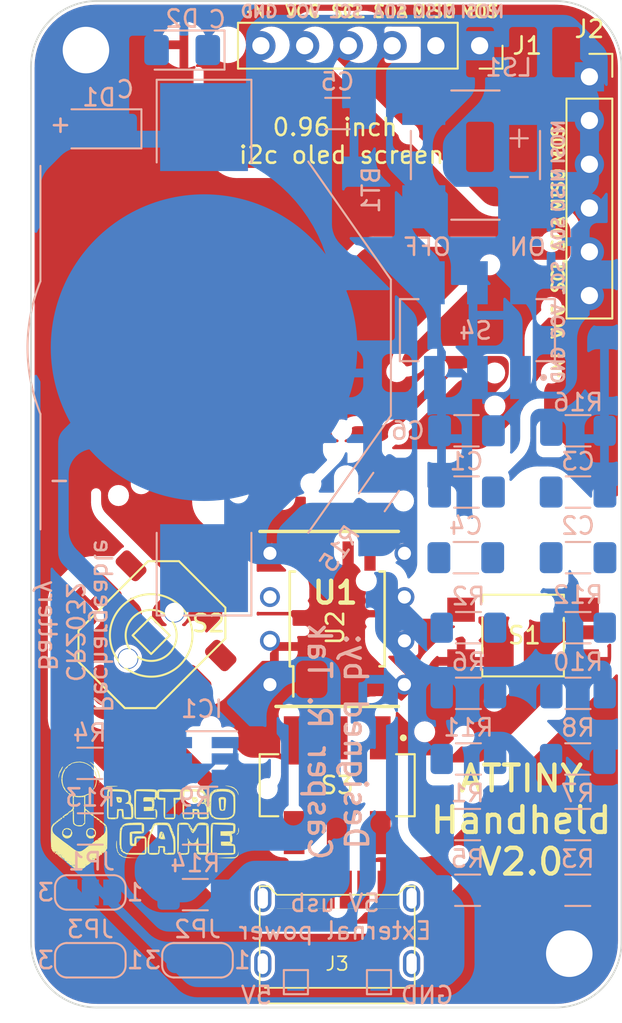
<source format=kicad_pcb>
(kicad_pcb (version 20211014) (generator pcbnew)
  (title_block (title "Tiny Handheld") (date "2022-09-17") (rev "1.0") (comment 1 "Casper R. Tak"))
  (layers (0 "F.Cu" signal) (31 "B.Cu" signal) (34 "B.Paste" user) (35 "F.Paste" user) (36 "B.SilkS" user "B.Silkscreen") (37 "F.SilkS" user "F.Silkscreen") (38 "B.Mask" user) (39 "F.Mask" user) (44 "Edge.Cuts" user))
  (net 0 "")
  (net 1 "GND")
  (net 2 "ExtVCC")
  (net 3 "VCC")
  (net 4 "Net-(D2-Pad1)")
  (net 5 "PB0{slash}SDA{slash}MOSI")
  (net 6 "PB2{slash}SCL{slash}SCK")
  (net 7 "Net-(JP1-Pad1)")
  (net 8 "PB3")
  (net 9 "Net-(JP1-Pad3)")
  (net 10 "PB5{slash}RES")
  (net 11 "Net-(JP3-Pad2)")
  (net 12 "PB1{slash}MISO")
  (net 13 "Net-(C2-Pad1)")
  (net 14 "Net-(R1-Pad2)")
  (net 15 "Net-(R3-Pad2)")
  (net 16 "Net-(R4-Pad2)")
  (net 17 "Net-(R7-Pad2)")
  (net 18 "PB4")
  (net 19 "BatOut")
  (net 20 "Net-(D1-Pad2)")
  (net 21 "Net-(LS1-PadP)")
  (net 25 "Net-(D2-Pad2)")
  (net 26 "Net-(IC1-Pad4)")
  (net 27 "Net-(R13-Pad2)")
  (net 28 "Net-(R14-Pad2)")
  (net 29 "Net-(S2-PadCTR)")
  (footprint "MountingHole:MountingHole_2.7mm_M2.5_ISO7380" (layer "F.Cu") (at 136.398 75.184)
    (fp_text reference "REF**" hide)
    (fp_text value "MountingHole_2.7mm_M2.5_ISO7380" hide)
    (pad "" np_thru_hole circle (at 0 0) (size 2.7 2.7) (drill 2.7) (layers F&B.Cu *.Mask))
  )
  (footprint "Connector_PinSocket_2.54mm:PinSocket_1x06_P2.54mm_Vertical" (layer "F.Cu") (at 159.258 74.93 -90)
    (fp_text reference "J1" (at 0 -2.77) (layer "F.SilkS"))
    (fp_text value "VDisplay/prog1" hide)
    (pad "1" thru_hole rect (at 0 0 270) (size 1.7 1.7) (drill 1) (layers *.Cu *.Mask) (net 10 "PB5{slash}RES"))
    (pad "2" thru_hole oval (at 0 2.54 270) (size 1.7 1.7) (drill 1) (layers *.Cu *.Mask) (net 12 "PB1{slash}MISO"))
    (pad "3" thru_hole oval (at 0 5.08 270) (size 1.7 1.7) (drill 1) (layers *.Cu *.Mask) (net 5 "PB0{slash}SDA{slash}MOSI"))
    (pad "4" thru_hole oval (at 0 7.62 270) (size 1.7 1.7) (drill 1) (layers *.Cu *.Mask) (net 6 "PB2{slash}SCL{slash}SCK"))
    (pad "5" thru_hole oval (at 0 10.16 270) (size 1.7 1.7) (drill 1) (layers *.Cu *.Mask) (net 3 "VCC"))
    (pad "6" thru_hole oval (at 0 12.7 270) (size 1.7 1.7) (drill 1) (layers *.Cu *.Mask) (net 1 "GND"))
  )
  (footprint "Snapeda:SW_JS202011SCQN" (layer "F.Cu") (at 150.988 117.856 180)
    (fp_text reference "S3" (at 0 0 180) (layer "F.SilkS"))
    (fp_text value "JS202011SCQN" hide)
    (pad "1" smd rect locked (at -2.5 2.75 180) (size 1.2 2.5) (layers "F.Cu" "F.Paste" "F.Mask") (net 2 "ExtVCC"))
    (pad "2" smd rect locked (at 0 2.75 180) (size 1.2 2.5) (layers "F.Cu" "F.Paste" "F.Mask") (net 3 "VCC"))
    (pad "3" smd rect locked (at 2.5 2.75 180) (size 1.2 2.5) (layers "F.Cu" "F.Paste" "F.Mask") (net 19 "BatOut"))
    (pad "4" smd rect locked (at -2.5 -2.75 180) (size 1.2 2.5) (layers "F.Cu" "F.Paste" "F.Mask") (net 2 "ExtVCC"))
    (pad "5" smd rect locked (at 0 -2.75 180) (size 1.2 2.5) (layers "F.Cu" "F.Paste" "F.Mask") (net 3 "VCC"))
    (pad "6" smd rect locked (at 2.5 -2.75 180) (size 1.2 2.5) (layers "F.Cu" "F.Paste" "F.Mask") (net 19 "BatOut"))
  )
  (footprint "Package_SO:SOIC-8W_5.3x5.3mm_P1.27mm" (layer "F.Cu") (at 150.988 108.204 90)
    (fp_text reference "U2" (at -0.508 -0.112 270) (layer "F.SilkS"))
    (fp_text value "ATtiny85-20S")
    (pad "1" smd rect (at -3.65 -1.905 90) (size 1.7 0.65) (layers "F.Cu" "F.Paste" "F.Mask") (net 10 "PB5{slash}RES"))
    (pad "2" smd rect (at -3.65 -0.635 90) (size 1.7 0.65) (layers "F.Cu" "F.Paste" "F.Mask") (net 8 "PB3"))
    (pad "3" smd rect (at -3.65 0.635 90) (size 1.7 0.65) (layers "F.Cu" "F.Paste" "F.Mask") (net 18 "PB4"))
    (pad "4" smd rect (at -3.65 1.905 90) (size 1.7 0.65) (layers "F.Cu" "F.Paste" "F.Mask") (net 1 "GND"))
    (pad "5" smd rect (at 3.65 1.905 90) (size 1.7 0.65) (layers "F.Cu" "F.Paste" "F.Mask") (net 5 "PB0{slash}SDA{slash}MOSI"))
    (pad "6" smd rect (at 3.65 0.635 90) (size 1.7 0.65) (layers "F.Cu" "F.Paste" "F.Mask") (net 12 "PB1{slash}MISO"))
    (pad "7" smd rect (at 3.65 -0.635 90) (size 1.7 0.65) (layers "F.Cu" "F.Paste" "F.Mask") (net 6 "PB2{slash}SCL{slash}SCK"))
    (pad "8" smd rect (at 3.65 -1.905 90) (size 1.7 0.65) (layers "F.Cu" "F.Paste" "F.Mask") (net 3 "VCC"))
  )
  (footprint "SamacSys_Parts:DIP781W56P254L950H533Q8N" (layer "F.Cu") (at 150.988 108.204)
    (fp_text reference "U1" (at -0.112 -1.524) (layer "F.SilkS") (effects (font (size 1.27 1.27) (thickness 0.254))))
    (fp_text value "ATtiny85-20P" hide)
    (pad "1" thru_hole rect locked (at -3.905 -3.81) (size 1.159 1.159) (drill 0.759) (layers *.Cu *.Mask) (net 10 "PB5{slash}RES"))
    (pad "2" thru_hole circle locked (at -3.905 -1.27) (size 1.159 1.159) (drill 0.759) (layers *.Cu *.Mask) (net 8 "PB3"))
    (pad "3" thru_hole circle locked (at -3.905 1.27) (size 1.159 1.159) (drill 0.759) (layers *.Cu *.Mask) (net 18 "PB4"))
    (pad "4" thru_hole circle locked (at -3.905 3.81) (size 1.159 1.159) (drill 0.759) (layers *.Cu *.Mask) (net 1 "GND"))
    (pad "5" thru_hole circle locked (at 3.905 3.81) (size 1.159 1.159) (drill 0.759) (layers *.Cu *.Mask) (net 5 "PB0{slash}SDA{slash}MOSI"))
    (pad "6" thru_hole circle locked (at 3.905 1.27) (size 1.159 1.159) (drill 0.759) (layers *.Cu *.Mask) (net 12 "PB1{slash}MISO"))
    (pad "7" thru_hole circle locked (at 3.905 -1.27) (size 1.159 1.159) (drill 0.759) (layers *.Cu *.Mask) (net 6 "PB2{slash}SCL{slash}SCK"))
    (pad "8" thru_hole circle locked (at 3.905 -3.81) (size 1.159 1.159) (drill 0.759) (layers *.Cu *.Mask) (net 3 "VCC"))
  )
  (footprint "Connector_PinSocket_2.54mm:PinSocket_1x06_P2.54mm_Vertical" (layer "F.Cu") (at 165.633 76.733)
    (fp_text reference "J2" (at 0 -2.77) (layer "F.SilkS"))
    (fp_text value "HDisplay/prog" hide)
    (pad "1" thru_hole rect (at 0 0) (size 1.7 1.7) (drill 1) (layers *.Cu *.Mask) (net 10 "PB5{slash}RES"))
    (pad "2" thru_hole oval (at 0 2.54) (size 1.7 1.7) (drill 1) (layers *.Cu *.Mask) (net 12 "PB1{slash}MISO"))
    (pad "3" thru_hole oval (at 0 5.08) (size 1.7 1.7) (drill 1) (layers *.Cu *.Mask) (net 5 "PB0{slash}SDA{slash}MOSI"))
    (pad "4" thru_hole oval (at 0 7.62) (size 1.7 1.7) (drill 1) (layers *.Cu *.Mask) (net 6 "PB2{slash}SCL{slash}SCK"))
    (pad "5" thru_hole oval (at 0 10.16) (size 1.7 1.7) (drill 1) (layers *.Cu *.Mask) (net 3 "VCC"))
    (pad "6" thru_hole oval (at 0 12.7) (size 1.7 1.7) (drill 1) (layers *.Cu *.Mask) (net 1 "GND"))
  )
  (footprint "Button_Switch_SMD:SW_SPST_TL3305B" (layer "F.Cu") (at 161.783 109.168)
    (fp_text reference "S1" (at 0.077 -0.008) (layer "F.SilkS"))
    (fp_text value "MOMENTARY-SWITCH-SPST-2-SMD-5.2MM" hide)
    (pad "1" smd rect (at 3.6 1.5) (size 1.6 1.4) (layers "F.Cu" "F.Paste" "F.Mask") (net 1 "GND"))
    (pad "2" smd rect (at -3.6 1.5) (size 1.6 1.4) (layers "F.Cu" "F.Paste" "F.Mask") (net 1 "GND"))
    (pad "3" smd rect (at 3.6 -1.5) (size 1.6 1.4) (layers "F.Cu" "F.Paste" "F.Mask") (net 12 "PB1{slash}MISO"))
    (pad "4" smd rect (at -3.6 -1.5) (size 1.6 1.4) (layers "F.Cu" "F.Paste" "F.Mask") (net 12 "PB1{slash}MISO"))
  )
  (footprint "MountingHole:MountingHole_2.7mm_M2.5_ISO7380" (layer "F.Cu") (at 164.465 127.635)
    (fp_text reference "REF**" hide)
    (fp_text value "MountingHole_2.7mm_M2.5_ISO7380" hide)
    (pad "" np_thru_hole circle locked (at 0 0) (size 2.7 2.7) (drill 2.7) (layers F&B.Cu *.Mask))
  )
  (footprint "Libraries:logo retro" (layer "F.Cu") (at 139.827 119.761)
    (fp_text reference "G***" hide)
    (fp_text value "LOGO" hide)
  )
  (footprint "Button_Switch_SMD:5 way button (joystick)" (layer "F.Cu") (at 140.185063 105.604063 90)
    (fp_text reference "S2" (at -2.853937 3.324937 unlocked) (layer "F.SilkS"))
    (fp_text value "JOYSTICK_MINI" hide)
    (pad "" thru_hole circle (at -2.208962 1.347038 45) (size 1.2 1.2) (drill 1.1) (layers *.Cu *.Mask))
    (pad "" thru_hole circle (at -4.903038 -1.347038 45) (size 1.2 1.2) (drill 1.1) (layers *.Cu *.Mask))
    (pad "7" smd roundrect (at -6.429682 -2.873682 45) (size 1.8415 2.032) (layers "F.Cu" "F.Paste" "F.Mask"))
    (pad "8" smd roundrect (at -0.682318 2.873682 45) (size 1.8415 2.032) (layers "F.Cu" "F.Paste" "F.Mask"))
    (pad "A" smd roundrect (at -7.597115 1.167433 45) (size 1.143 1.778) (layers "F.Cu" "F.Paste" "F.Mask") (net 15 "Net-(R3-Pad2)"))
    (pad "B" smd roundrect (at -2.388567 -4.041115 45) (size 1.0795 1.778) (layers "F.Cu" "F.Paste" "F.Mask") (net 17 "Net-(R7-Pad2)"))
    (pad "C" smd roundrect (at -4.723433 4.041115 45) (size 1.143 1.778) (layers "F.Cu" "F.Paste" "F.Mask") (net 16 "Net-(R4-Pad2)"))
    (pad "CTR" smd roundrect (at -6.160274 2.604274 45) (size 1.0795 1.778) (layers "F.Cu" "F.Paste" "F.Mask") (net 29 "Net-(S2-PadCTR)"))
    (pad "D" smd roundrect (at 0.485115 -1.167433 45) (size 1.0795 1.778) (layers "F.Cu" "F.Paste" "F.Mask") (net 14 "Net-(R1-Pad2)"))
    (pad "GND" smd roundrect (at -0.951726 -2.604274 45) (size 1.0795 1.778) (layers "F.Cu" "F.Paste" "F.Mask") (net 1 "GND"))
  )
  (footprint "USB-C-Power-tester:TYPE-C-31-M-17_handsolder" (layer "F.Cu") (at 150.988 128.218)
    (fp_text reference "J3" (at 0 0) (layer "F.SilkS") (effects (font (size 0.8 0.8) (thickness 0.1))))
    (fp_text value "USB_C_Receptacle_USB2.0")
    (pad "1" thru_hole roundrect locked (at -4.32 -3.8) (size 1 1.6) (drill oval 0.6 1.2) (layers *.Cu *.Mask) (roundrect_rratio 0.5))
    (pad "1" thru_hole roundrect locked (at -4.32 0) (size 1 1.6) (drill oval 0.6 1.2) (layers *.Cu *.Mask) (roundrect_rratio 0.5))
    (pad "1" thru_hole roundrect locked (at 4.32 -3.8) (size 1 1.6) (drill oval 0.6 1.2) (layers *.Cu *.Mask) (roundrect_rratio 0.5))
    (pad "1" thru_hole roundrect locked (at 4.32 0) (size 1 1.6) (drill oval 0.6 1.2) (layers *.Cu *.Mask) (roundrect_rratio 0.5))
    (pad "A5" smd rect locked (at -0.5 -4.3) (size 0.7 2.2) (layers "F.Cu" "F.Paste" "F.Mask") (net 27 "Net-(R13-Pad2)"))
    (pad "A9" smd rect locked (at 1.52 -4.3) (size 0.7 2.2) (layers "F.Cu" "F.Paste" "F.Mask") (net 2 "ExtVCC"))
    (pad "A12" smd rect locked (at 2.75 -4.3) (size 0.8 2.2) (layers "F.Cu" "F.Paste" "F.Mask") (net 1 "GND"))
    (pad "B5" smd rect locked (at 0.5 -4.3) (size 0.7 2.2) (layers "F.Cu" "F.Paste" "F.Mask") (net 28 "Net-(R14-Pad2)"))
    (pad "B9" smd rect locked (at -1.52 -4.3) (size 0.7 2.2) (layers "F.Cu" "F.Paste" "F.Mask") (net 2 "ExtVCC"))
    (pad "B12" smd rect locked (at -2.75 -4.3) (size 0.8 2.2) (layers "F.Cu" "F.Paste" "F.Mask") (net 1 "GND"))
  )
  (footprint "Jumper:SolderJumper-3_P1.3mm_Open_RoundedPad1.0x1.5mm_NumberLabels" (layer "B.Cu") (at 136.652 124.079 180)
    (fp_text reference "JP1" (at -0.07 1.795) (layer "B.SilkS") (effects (justify mirror)))
    (fp_text value "SolderJumper_3_Bridged123" hide)
    (fp_text user "1" (at -2.6 0) (layer "B.SilkS") (effects (justify mirror)))
    (fp_text user "3" (at 2.6 0) (layer "B.SilkS") (effects (justify mirror)))
    (pad "1" smd custom (at -1.3 0 180) (size 1 0.5) (layers "B.Cu" "B.Mask") (net 7 "Net-(JP1-Pad1)") (options (clearance outline) (anchor rect)) (primitives (gr_circle (center 0 -0.25) (end 0.5 -0.25) (width 0) (fill yes)) (gr_circle (center 0 0.25) (end 0.5 0.25) (width 0) (fill yes)) (gr_poly (pts (xy 0.55 -0.75) (xy 0 -0.75) (xy 0 0.75) (xy 0.55 0.75)) (width 0) (fill yes))))
    (pad "2" smd rect (at 0 0 180) (size 1 1.5) (layers "B.Cu" "B.Mask") (net 8 "PB3"))
    (pad "3" smd custom (at 1.3 0 180) (size 1 0.5) (layers "B.Cu" "B.Mask") (net 9 "Net-(JP1-Pad3)") (options (clearance outline) (anchor rect)) (primitives (gr_circle (center 0 -0.25) (end 0.5 -0.25) (width 0) (fill yes)) (gr_circle (center 0 0.25) (end 0.5 0.25) (width 0) (fill yes)) (gr_poly (pts (xy 0 -0.75) (xy -0.55 -0.75) (xy -0.55 0.75) (xy 0 0.75)) (width 0) (fill yes))))
  )
  (footprint "Battery:BatteryHolder_Keystone_3002_1x2032" (layer "B.Cu") (at 143.256 92.456 -90)
    (fp_text reference "BT1" (at -9.15 -9.7 90) (layer "B.SilkS") (effects (justify mirror)))
    (fp_text value "BATTERY-6.8MM_SMD")
    (pad "1" smd rect (at 12.8 0 270) (size 5.1 5.1) (layers "B.Cu" "B.Paste" "B.Mask"))
    (pad "1" smd rect (at -12.8 0 270) (size 5.1 5.1) (layers "B.Cu" "B.Paste" "B.Mask"))
    (pad "2" smd circle (at 0 0 270) (size 17.8 17.8) (layers "B.Cu" "B.Mask"))
  )
  (footprint "Resistor_SMD:R_1206_3216Metric_Pad1.30x1.75mm_HandSolder" (layer "B.Cu") (at 164.958 123.952 180)
    (fp_text reference "R3" (at 0 1.82) (layer "B.SilkS") (effects (justify mirror)))
    (fp_text value "33k")
    (pad "1" smd roundrect (at -1.55 0 180) (size 1.3 1.75) (layers "B.Cu" "B.Paste" "B.Mask") (roundrect_rratio 0.1923076923) (net 9 "Net-(JP1-Pad3)"))
    (pad "2" smd roundrect (at 1.55 0 180) (size 1.3 1.75) (layers "B.Cu" "B.Paste" "B.Mask") (roundrect_rratio 0.1923076923) (net 15 "Net-(R3-Pad2)"))
  )
  (footprint "Resistor_SMD:R_1206_3216Metric_Pad1.30x1.75mm_HandSolder" (layer "B.Cu") (at 142.748 120.396 180)
    (fp_text reference "R9" (at 0 1.82) (layer "B.SilkS") (effects (justify mirror)))
    (fp_text value "11k")
    (pad "1" smd roundrect (at -1.55 0 180) (size 1.3 1.75) (layers "B.Cu" "B.Paste" "B.Mask") (roundrect_rratio 0.1923076923) (net 26 "Net-(IC1-Pad4)"))
    (pad "2" smd roundrect (at 1.55 0 180) (size 1.3 1.75) (layers "B.Cu" "B.Paste" "B.Mask") (roundrect_rratio 0.1923076923) (net 1 "GND"))
  )
  (footprint "Capacitor_SMD:C_1206_3216Metric_Pad1.33x1.80mm_HandSolder" (layer "B.Cu") (at 164.973 100.838 180)
    (fp_text reference "C3" (at 0 1.778) (layer "B.SilkS") (effects (justify mirror)))
    (fp_text value "47uF")
    (pad "1" smd roundrect (at -1.5625 0 180) (size 1.325 1.8) (layers "B.Cu" "B.Paste" "B.Mask") (roundrect_rratio 0.1886792453) (net 3 "VCC"))
    (pad "2" smd roundrect (at 1.5625 0 180) (size 1.325 1.8) (layers "B.Cu" "B.Paste" "B.Mask") (roundrect_rratio 0.1886792453) (net 1 "GND"))
  )
  (footprint "Resistor_SMD:R_1206_3216Metric_Pad1.30x1.75mm_HandSolder" (layer "B.Cu") (at 164.958 120.142 180)
    (fp_text reference "R7" (at 0 1.82) (layer "B.SilkS") (effects (justify mirror)))
    (fp_text value "33k")
    (pad "1" smd roundrect (at -1.55 0 180) (size 1.3 1.75) (layers "B.Cu" "B.Paste" "B.Mask") (roundrect_rratio 0.1923076923) (net 7 "Net-(JP1-Pad1)"))
    (pad "2" smd roundrect (at 1.55 0 180) (size 1.3 1.75) (layers "B.Cu" "B.Paste" "B.Mask") (roundrect_rratio 0.1923076923) (net 17 "Net-(R7-Pad2)"))
  )
  (footprint "Resistor_SMD:R_1206_3216Metric_Pad1.30x1.75mm_HandSolder" (layer "B.Cu") (at 158.56062 123.952 180)
    (fp_text reference "R5" (at 0 1.82) (layer "B.SilkS") (effects (justify mirror)))
    (fp_text value "33k")
    (pad "1" smd roundrect (at -1.55 0 180) (size 1.3 1.75) (layers "B.Cu" "B.Paste" "B.Mask") (roundrect_rratio 0.1923076923) (net 11 "Net-(JP3-Pad2)"))
    (pad "2" smd roundrect (at 1.55 0 180) (size 1.3 1.75) (layers "B.Cu" "B.Paste" "B.Mask") (roundrect_rratio 0.1923076923) (net 29 "Net-(S2-PadCTR)"))
  )
  (footprint "Resistor_SMD:R_1206_3216Metric_Pad1.30x1.75mm_HandSolder" (layer "B.Cu") (at 158.608 116.332 180)
    (fp_text reference "R11" (at 0 1.82) (layer "B.SilkS") (effects (justify mirror)))
    (fp_text value "4k7")
    (pad "1" smd roundrect (at -1.55 0 180) (size 1.3 1.75) (layers "B.Cu" "B.Paste" "B.Mask") (roundrect_rratio 0.1923076923) (net 3 "VCC"))
    (pad "2" smd roundrect (at 1.55 0 180) (size 1.3 1.75) (layers "B.Cu" "B.Paste" "B.Mask") (roundrect_rratio 0.1923076923) (net 6 "PB2{slash}SCL{slash}SCK"))
  )
  (footprint "Snapeda:SW_JS202011SCQN" (layer "B.Cu") (at 159.131 91.44 180)
    (fp_text reference "S4" (at 0.1112 -0.0336) (layer "B.SilkS") (effects (justify mirror)))
    (fp_text value "JS202011SCQN" hide)
    (pad "1" smd rect locked (at -2.5 -2.75 180) (size 1.2 2.5) (layers "B.Cu" "B.Paste" "B.Mask"))
    (pad "2" smd rect locked (at 0 -2.75 180) (size 1.2 2.5) (layers "B.Cu" "B.Paste" "B.Mask"))
    (pad "3" smd rect locked (at 2.5 -2.75 180) (size 1.2 2.5) (layers "B.Cu" "B.Paste" "B.Mask"))
    (pad "4" smd rect locked (at -2.5 2.75 180) (size 1.2 2.5) (layers "B.Cu" "B.Paste" "B.Mask") (net 18 "PB4"))
    (pad "5" smd rect locked (at 0 2.75 180) (size 1.2 2.5) (layers "B.Cu" "B.Paste" "B.Mask") (net 21 "Net-(LS1-PadP)"))
    (pad "6" smd rect locked (at 2.5 2.75 180) (size 1.2 2.5) (layers "B.Cu" "B.Paste" "B.Mask") (net 21 "Net-(LS1-PadP)"))
  )
  (footprint "Jumper:SolderJumper-3_P1.3mm_Open_RoundedPad1.0x1.5mm_NumberLabels" (layer "B.Cu") (at 136.652 128.016 180)
    (fp_text reference "JP3" (at 0 1.8) (layer "B.SilkS") (effects (justify mirror)))
    (fp_text value "SolderJumper_3_Bridged123" hide)
    (fp_text user "3" (at 2.6 0) (layer "B.SilkS") (effects (justify mirror)))
    (fp_text user "1" (at -2.6 0) (layer "B.SilkS") (effects (justify mirror)))
    (pad "1" smd custom (at -1.3 0 180) (size 1 0.5) (layers "B.Cu" "B.Mask") (net 8 "PB3") (options (clearance outline) (anchor rect)) (primitives (gr_circle (center 0 -0.25) (end 0.5 -0.25) (width 0) (fill yes)) (gr_circle (center 0 0.25) (end 0.5 0.25) (width 0) (fill yes)) (gr_poly (pts (xy 0.55 -0.75) (xy 0 -0.75) (xy 0 0.75) (xy 0.55 0.75)) (width 0) (fill yes))))
    (pad "2" smd rect (at 0 0 180) (size 1 1.5) (layers "B.Cu" "B.Mask") (net 11 "Net-(JP3-Pad2)"))
    (pad "3" smd custom (at 1.3 0 180) (size 1 0.5) (layers "B.Cu" "B.Mask") (net 12 "PB1{slash}MISO") (options (clearance outline) (anchor rect)) (primitives (gr_circle (center 0 -0.25) (end 0.5 -0.25) (width 0) (fill yes)) (gr_circle (center 0 0.25) (end 0.5 0.25) (width 0) (fill yes)) (gr_poly (pts (xy 0 -0.75) (xy -0.55 -0.75) (xy -0.55 0.75) (xy 0 0.75)) (width 0) (fill yes))))
  )
  (footprint "Resistor_SMD:R_1206_3216Metric_Pad1.30x1.75mm_HandSolder" (layer "B.Cu") (at 164.973 97.282)
    (fp_text reference "R16" (at 0 -1.651) (layer "B.SilkS") (effects (justify mirror)))
    (fp_text value "470")
    (pad "1" smd roundrect (at -1.55 0) (size 1.3 1.75) (layers "B.Cu" "B.Paste" "B.Mask") (roundrect_rratio 0.192308) (net 19 "BatOut"))
    (pad "2" smd roundrect (at 1.55 0) (size 1.3 1.75) (layers "B.Cu" "B.Paste" "B.Mask") (roundrect_rratio 0.192308) (net 25 "Net-(D2-Pad2)"))
  )
  (footprint "TestPoint:TestPoint_Pad_1.0x1.0mm" (layer "B.Cu") (at 148.59 129.286 180)
    (fp_text reference "5V" (at 2.286 -0.762) (layer "B.SilkS") (effects (justify mirror)))
    (fp_text value "T1")
    (pad "1" smd rect (at 0 0 180) (size 1 1) (layers "B.Cu" "B.Mask") (net 2 "ExtVCC"))
  )
  (footprint "Resistor_SMD:R_1206_3216Metric_Pad1.30x1.75mm_HandSolder" (layer "B.Cu") (at 164.973 108.712 180)
    (fp_text reference "R12" (at 0 1.905) (layer "B.SilkS") (effects (justify mirror)))
    (fp_text value "4k7")
    (pad "1" smd roundrect (at -1.55 0 180) (size 1.3 1.75) (layers "B.Cu" "B.Paste" "B.Mask") (roundrect_rratio 0.1923076923) (net 3 "VCC"))
    (pad "2" smd roundrect (at 1.55 0 180) (size 1.3 1.75) (layers "B.Cu" "B.Paste" "B.Mask") (roundrect_rratio 0.1923076923) (net 5 "PB0{slash}SDA{slash}MOSI"))
  )
  (footprint "Package_TO_SOT_SMD:SOT-23-6_Handsoldering" (layer "B.Cu") (at 143.129 116.332 180)
    (fp_text reference "IC1" (at 0 2.9) (layer "B.SilkS") (effects (justify mirror)))
    (fp_text value "BQ21040DBVR" hide)
    (pad "1" smd rect (at -1.35 0.95 180) (size 1.56 0.65) (layers "B.Cu" "B.Paste" "B.Mask") (net 13 "Net-(C2-Pad1)"))
    (pad "2" smd rect (at -1.35 0 180) (size 1.56 0.65) (layers "B.Cu" "B.Paste" "B.Mask") (net 19 "BatOut"))
    (pad "3" smd rect (at -1.35 -0.95 180) (size 1.56 0.65) (layers "B.Cu" "B.Paste" "B.Mask") (net 4 "Net-(D2-Pad1)"))
    (pad "4" smd rect (at 1.35 -0.95 180) (size 1.56 0.65) (layers "B.Cu" "B.Paste" "B.Mask") (net 26 "Net-(IC1-Pad4)"))
    (pad "5" smd rect (at 1.35 0 180) (size 1.56 0.65) (layers "B.Cu" "B.Paste" "B.Mask") (net 1 "GND"))
    (pad "6" smd rect (at 1.35 0.95 180) (size 1.56 0.65) (layers "B.Cu" "B.Paste" "B.Mask") (net 2 "ExtVCC"))
  )
  (footprint "Resistor_SMD:R_1206_3216Metric_Pad1.30x1.75mm_HandSolder" (layer "B.Cu") (at 158.56062 120.142 180)
    (fp_text reference "R1" (at 0 1.82) (layer "B.SilkS") (effects (justify mirror)))
    (fp_text value "88k")
    (pad "1" smd roundrect (at -1.55 0 180) (size 1.3 1.75) (layers "B.Cu" "B.Paste" "B.Mask") (roundrect_rratio 0.1923076923) (net 9 "Net-(JP1-Pad3)"))
    (pad "2" smd roundrect (at 1.55 0 180) (size 1.3 1.75) (layers "B.Cu" "B.Paste" "B.Mask") (roundrect_rratio 0.1923076923) (net 14 "Net-(R1-Pad2)"))
  )
  (footprint "Resistor_SMD:R_1206_3216Metric_Pad1.30x1.75mm_HandSolder" (layer "B.Cu") (at 142.748 124.206 180)
    (fp_text reference "R14" (at 0 1.82) (layer "B.SilkS") (effects (justify mirror)))
    (fp_text value "5k1")
    (pad "1" smd roundrect (at -1.55 0 180) (size 1.3 1.75) (layers "B.Cu" "B.Paste" "B.Mask") (roundrect_rratio 0.1923076923) (net 1 "GND"))
    (pad "2" smd roundrect (at 1.55 0 180) (size 1.3 1.75) (layers "B.Cu" "B.Paste" "B.Mask") (roundrect_rratio 0.1923076923) (net 28 "Net-(R14-Pad2)"))
  )
  (footprint "Capacitor_SMD:C_1206_3216Metric_Pad1.33x1.80mm_HandSolder" (layer "B.Cu") (at 158.496 97.282)
    (fp_text reference "C6" (at -3.4036 0) (layer "B.SilkS") (effects (justify mirror)))
    (fp_text value "2.2uF 16V")
    (pad "1" smd roundrect (at -1.5625 0) (size 1.325 1.8) (layers "B.Cu" "B.Paste" "B.Mask") (roundrect_rratio 0.188679) (net 19 "BatOut"))
    (pad "2" smd roundrect (at 1.5625 0) (size 1.325 1.8) (layers "B.Cu" "B.Paste" "B.Mask") (roundrect_rratio 0.188679) (net 1 "GND"))
  )
  (footprint "Capacitor_SMD:C_1206_3216Metric_Pad1.33x1.80mm_HandSolder" (layer "B.Cu") (at 151.003 78.867 180)
    (fp_text reference "C5" (at 0 1.85) (layer "B.SilkS") (effects (justify mirror)))
    (fp_text value "100nF")
    (pad "1" smd roundrect (at -1.5625 0 180) (size 1.325 1.8) (layers "B.Cu" "B.Paste" "B.Mask") (roundrect_rratio 0.1886792453) (net 3 "VCC"))
    (pad "2" smd roundrect (at 1.5625 0 180) (size 1.325 1.8) (layers "B.Cu" "B.Paste" "B.Mask") (roundrect_rratio 0.1886792453) (net 1 "GND"))
  )
  (footprint "Jumper:SolderJumper-3_P1.3mm_Open_RoundedPad1.0x1.5mm_NumberLabels" (layer "B.Cu") (at 142.875 128.016 180)
    (fp_text reference "JP2" (at 0 1.8) (layer "B.SilkS") (effects (justify mirror)))
    (fp_text value "SolderJumper_3_Bridged123" hide)
    (fp_text user "3" (at 2.6 0) (layer "B.SilkS") (effects (justify mirror)))
    (fp_text user "1" (at -2.6 0) (layer "B.SilkS") (effects (justify mirror)))
    (pad "1" smd custom (at -1.3 0 180) (size 1 0.5) (layers "B.Cu" "B.Mask") (net 7 "Net-(JP1-Pad1)") (options (clearance outline) (anchor rect)) (primitives (gr_circle (center 0 -0.25) (end 0.5 -0.25) (width 0) (fill yes)) (gr_circle (center 0 0.25) (end 0.5 0.25) (width 0) (fill yes)) (gr_poly (pts (xy 0.55 -0.75) (xy 0 -0.75) (xy 0 0.75) (xy 0.55 0.75)) (width 0) (fill yes))))
    (pad "2" smd rect (at 0 0 180) (size 1 1.5) (layers "B.Cu" "B.Mask") (net 10 "PB5{slash}RES"))
    (pad "3" smd custom (at 1.3 0 180) (size 1 0.5) (layers "B.Cu" "B.Mask") (net 9 "Net-(JP1-Pad3)") (options (clearance outline) (anchor rect)) (primitives (gr_circle (center 0 -0.25) (end 0.5 -0.25) (width 0) (fill yes)) (gr_circle (center 0 0.25) (end 0.5 0.25) (width 0) (fill yes)) (gr_poly (pts (xy 0 -0.75) (xy -0.55 -0.75) (xy -0.55 0.75) (xy 0 0.75)) (width 0) (fill yes))))
  )
  (footprint "TestPoint:TestPoint_Pad_1.0x1.0mm" (layer "B.Cu") (at 153.416 129.286 180)
    (fp_text reference "GND" (at -2.794 -0.762) (layer "B.SilkS") (effects (justify mirror)))
    (fp_text value "T2")
    (pad "1" smd rect (at 0 0 180) (size 1 1) (layers "B.Cu" "B.Mask") (net 1 "GND"))
  )
  (footprint "Resistor_SMD:R_1206_3216Metric_Pad1.30x1.75mm_HandSolder" (layer "B.Cu") (at 164.973 112.522 180)
    (fp_text reference "R10" (at 0 1.82) (layer "B.SilkS") (effects (justify mirror)))
    (fp_text value "10k")
    (pad "1" smd roundrect (at -1.55 0 180) (size 1.3 1.75) (layers "B.Cu" "B.Paste" "B.Mask") (roundrect_rratio 0.1923076923) (net 3 "VCC"))
    (pad "2" smd roundrect (at 1.55 0 180) (size 1.3 1.75) (layers "B.Cu" "B.Paste" "B.Mask") (roundrect_rratio 0.1923076923) (net 12 "PB1{slash}MISO"))
  )
  (footprint "LED_SMD:LED_1206_3216Metric_Pad1.42x1.75mm_HandSolder" (layer "B.Cu") (at 137.16 79.756 180)
    (fp_text reference "D1" (at 0 1.82) (layer "B.SilkS") (effects (justify mirror)))
    (fp_text value "LED")
    (pad "1" smd roundrect (at -1.4875 0 180) (size 1.425 1.75) (layers "B.Cu" "B.Paste" "B.Mask") (roundrect_rratio 0.175439) (net 1 "GND"))
    (pad "2" smd roundrect (at 1.4875 0 180) (size 1.425 1.75) (layers "B.Cu" "B.Paste" "B.Mask") (roundrect_rratio 0.175439) (net 20 "Net-(D1-Pad2)"))
  )
  (footprint "Resistor_SMD:R_1206_3216Metric_Pad1.30x1.75mm_HandSolder" (layer "B.Cu") (at 158.608 112.522 180)
    (fp_text reference "R6" (at 0 1.82) (layer "B.SilkS") (effects (justify mirror)))
    (fp_text value "22k")
    (pad "1" smd roundrect (at -1.55 0 180) (size 1.3 1.75) (layers "B.Cu" "B.Paste" "B.Mask") (roundrect_rratio 0.1923076923) (net 3 "VCC"))
    (pad "2" smd roundrect (at 1.55 0 180) (size 1.3 1.75) (layers "B.Cu" "B.Paste" "B.Mask") (roundrect_rratio 0.1923076923) (net 10 "PB5{slash}RES"))
  )
  (footprint "Resistor_SMD:R_1206_3216Metric_Pad1.30x1.75mm_HandSolder" (layer "B.Cu") (at 153.416 100.838 -125)
    (fp_text reference "R15" (at 4.016036 -0.021368 55) (layer "B.SilkS") (effects (justify mirror)))
    (fp_text value "10k NTC")
    (pad "1" smd roundrect (at -1.55 0 235) (size 1.3 1.75) (layers "B.Cu" "B.Paste" "B.Mask") (roundrect_rratio 0.192308) (net 13 "Net-(C2-Pad1)"))
    (pad "2" smd roundrect (at 1.55 0 235) (size 1.3 1.75) (layers "B.Cu" "B.Paste" "B.Mask") (roundrect_rratio 0.192308) (net 1 "GND"))
  )
  (footprint "Resistor_SMD:R_1206_3216Metric_Pad1.30x1.75mm_HandSolder" (layer "B.Cu") (at 136.652 120.396 180)
    (fp_text reference "R13" (at 0 1.82) (layer "B.SilkS") (effects (justify mirror)))
    (fp_text value "5k1")
    (pad "1" smd roundrect (at -1.55 0 180) (size 1.3 1.75) (layers "B.Cu" "B.Paste" "B.Mask") (roundrect_rratio 0.1923076923) (net 1 "GND"))
    (pad "2" smd roundrect (at 1.55 0 180) (size 1.3 1.75) (layers "B.Cu" "B.Paste" "B.Mask") (roundrect_rratio 0.1923076923) (net 27 "Net-(R13-Pad2)"))
  )
  (footprint "Snapeda:XDCR_KSSGK4B16-20" (layer "B.Cu") (at 159.01625 81.28 180)
    (fp_text reference "LS1" (at -1.93 5.08) (layer "B.SilkS") (effects (justify mirror)))
    (fp_text value "KSSGK4B16-20" hide)
    (pad "N" smd rect (at -3 -3 180) (size 2.5 2.5) (layers "B.Cu" "B.Paste" "B.Mask") (net 1 "GND"))
    (pad "NC1" smd rect (at 3 3 180) (size 2.5 2.5) (layers "B.Cu" "B.Paste" "B.Mask"))
    (pad "NC2" smd rect (at 3 -3 180) (size 2.5 2.5) (layers "B.Cu" "B.Paste" "B.Mask"))
    (pad "P" smd rect (at -3 3 180) (size 2.5 2.5) (layers "B.Cu" "B.Paste" "B.Mask") (net 21 "Net-(LS1-PadP)"))
  )
  (footprint "LED_SMD:LED_1206_3216Metric_Pad1.42x1.75mm_HandSolder" (layer "B.Cu") (at 141.986 75.184 180)
    (fp_text reference "D2" (at 0 1.82) (layer "B.SilkS") (effects (justify mirror)))
    (fp_text value "LED")
    (pad "1" smd roundrect (at -1.4875 0 180) (size 1.425 1.75) (layers "B.Cu" "B.Paste" "B.Mask") (roundrect_rratio 0.175439) (net 4 "Net-(D2-Pad1)"))
    (pad "2" smd roundrect (at 1.4875 0 180) (size 1.425 1.75) (layers "B.Cu" "B.Paste" "B.Mask") (roundrect_rratio 0.175439) (net 25 "Net-(D2-Pad2)"))
  )
  (footprint "Capacitor_SMD:C_1206_3216Metric_Pad1.33x1.80mm_HandSolder" (layer "B.Cu") (at 158.496 100.838)
    (fp_text reference "C1" (at 0 -1.778) (layer "B.SilkS") (effects (justify mirror)))
    (fp_text value "1uF 16V")
    (pad "1" smd roundrect (at -1.5625 0) (size 1.325 1.8) (layers "B.Cu" "B.Paste" "B.Mask") (roundrect_rratio 0.1886792453) (net 2 "ExtVCC"))
    (pad "2" smd roundrect (at 1.5625 0) (size 1.325 1.8) (layers "B.Cu" "B.Paste" "B.Mask") (roundrect_rratio 0.1886792453) (net 1 "GND"))
  )
  (footprint "Resistor_SMD:R_1206_3216Metric_Pad1.30x1.75mm_HandSolder" (layer "B.Cu") (at 164.958 116.332 180)
    (fp_text reference "R8" (at -0.01 1.81) (layer "B.SilkS") (effects (justify mirror)))
    (fp_text value "470")
    (pad "1" smd roundrect (at -1.55 0 180) (size 1.3 1.75) (layers "B.Cu" "B.Paste" "B.Mask") (roundrect_rratio 0.1923076923) (net 2 "ExtVCC"))
    (pad "2" smd roundrect (at 1.55 0 180) (size 1.3 1.75) (layers "B.Cu" "B.Paste" "B.Mask") (roundrect_rratio 0.1923076923) (net 20 "Net-(D1-Pad2)"))
  )
  (footprint "Capacitor_SMD:C_1206_3216Metric_Pad1.33x1.80mm_HandSolder" (layer "B.Cu") (at 164.973 104.648 180)
    (fp_text reference "C2" (at 0 1.85) (layer "B.SilkS") (effects (justify mirror)))
    (fp_text value "1uF")
    (pad "1" smd roundrect (at -1.5625 0 180) (size 1.325 1.8) (layers "B.Cu" "B.Paste" "B.Mask") (roundrect_rratio 0.1886792453) (net 13 "Net-(C2-Pad1)"))
    (pad "2" smd roundrect (at 1.5625 0 180) (size 1.325 1.8) (layers "B.Cu" "B.Paste" "B.Mask") (roundrect_rratio 0.1886792453) (net 1 "GND"))
  )
  (footprint "Resistor_SMD:R_1206_3216Metric_Pad1.30x1.75mm_HandSolder" (layer "B.Cu") (at 136.626 116.586 180)
    (fp_text reference "R4" (at 0.01 1.77) (layer "B.SilkS") (effects (justify mirror)))
    (fp_text value "88k")
    (pad "1" smd roundrect (at -1.55 0 180) (size 1.3 1.75) (layers "B.Cu" "B.Paste" "B.Mask") (roundrect_rratio 0.1923076923) (net 7 "Net-(JP1-Pad1)"))
    (pad "2" smd roundrect (at 1.55 0 180) (size 1.3 1.75) (layers "B.Cu" "B.Paste" "B.Mask") (roundrect_rratio 0.1923076923) (net 16 "Net-(R4-Pad2)"))
  )
  (footprint "Capacitor_SMD:C_1206_3216Metric_Pad1.33x1.80mm_HandSolder" (layer "B.Cu") (at 158.4575 104.648 180)
    (fp_text reference "C4" (at 0 1.85) (layer "B.SilkS") (effects (justify mirror)))
    (fp_text value "100nF")
    (pad "1" smd roundrect (at -1.5625 0 180) (size 1.325 1.8) (layers "B.Cu" "B.Paste" "B.Mask") (roundrect_rratio 0.1886792453) (net 3 "VCC"))
    (pad "2" smd roundrect (at 1.5625 0 180) (size 1.325 1.8) (layers "B.Cu" "B.Paste" "B.Mask") (roundrect_rratio 0.1886792453) (net 1 "GND"))
  )
  (footprint "Resistor_SMD:R_1206_3216Metric_Pad1.30x1.75mm_HandSolder" (layer "B.Cu") (at 158.608 108.712 180)
    (fp_text reference "R2" (at 0 1.82) (layer "B.SilkS") (effects (justify mirror)))
    (fp_text value "22k")
    (pad "1" smd roundrect (at -1.55 0 180) (size 1.3 1.75) (layers "B.Cu" "B.Paste" "B.Mask") (roundrect_rratio 0.1923076923) (net 3 "VCC"))
    (pad "2" smd roundrect (at 1.55 0 180) (size 1.3 1.75) (layers "B.Cu" "B.Paste" "B.Mask") (roundrect_rratio 0.1923076923) (net 8 "PB3"))
  )
  (gr_arc (start 137.018 130.758) (mid 134.323923 129.642077) (end 133.208 126.948) (layer "Edge.Cuts") (width 0.1))
  (gr_arc (start 133.208 76.148) (mid 134.323923 73.453923) (end 137.018 72.338) (layer "Edge.Cuts") (width 0.1))
  (gr_line (start 133.208 77.418) (end 133.208 76.148) (layer "Edge.Cuts") (width 0.1))
  (gr_arc (start 163.688 72.338) (mid 166.382077 73.453923) (end 167.498 76.148) (layer "Edge.Cuts") (width 0.1))
  (gr_arc (start 167.498 126.948) (mid 166.382077 129.642077) (end 163.688 130.758) (layer "Edge.Cuts") (width 0.1))
  (gr_line (start 133.208 126.948) (end 133.208 77.418) (layer "Edge.Cuts") (width 0.1))
  (gr_line (start 167.498 76.148) (end 167.498 126.948) (layer "Edge.Cuts") (width 0.1))
  (gr_line (start 137.018 72.338) (end 163.688 72.338) (layer "Edge.Cuts") (width 0.1))
  (gr_line (start 163.688 130.758) (end 137.018 130.758) (layer "Edge.Cuts") (width 0.1))
  (gr_text "ON\n" (at 162.052 86.614) (layer "B.SilkS") (effects (font (size 1 1)) (justify mirror)))
  (gr_text "C" (at 144.018 73.406) (layer "B.SilkS") (effects (font (size 1 1)) (justify mirror)))
  (gr_text "OFF\n" (at 156.21 86.614) (layer "B.SilkS") (effects (font (size 1 1)) (justify mirror)))
  (gr_text "MOSI\n" (at 159.41 72.95) (layer "B.SilkS") (effects (font (size 0.7 0.7)) (justify mirror)))
  (gr_text "-\n" (at 134.85 100.12) (layer "B.SilkS") (effects (font (size 1 1)) (justify mirror)))
  (gr_text "MISO\n" (at 163.83 83.312 90) (layer "B.SilkS") (effects (font (size 0.7 0.7)) (justify mirror)))
  (gr_text "SDA" (at 163.83 85.852 90) (layer "B.SilkS") (effects (font (size 0.7 0.7)) (justify mirror)))
  (gr_text "SDA" (at 154.076 72.95) (layer "B.SilkS") (effects (font (size 0.7 0.7)) (justify mirror)))
  (gr_text "GND" (at 146.456 72.95) (layer "B.SilkS") (effects (font (size 0.7 0.7)) (justify mirror)))
  (gr_text "SCL" (at 151.536 72.95) (layer "B.SilkS") (effects (font (size 0.7 0.7)) (justify mirror)))
  (gr_text "SCL" (at 163.83 88.392 90) (layer "B.SilkS") (effects (font (size 0.7 0.7)) (justify mirror)))
  (gr_text "5V usb\nExternal power" (at 150.861 125.5002) (layer "B.SilkS") (effects (font (size 1 1)) (justify mirror)))
  (gr_text "C" (at 138.684 77.47) (layer "B.SilkS") (effects (font (size 1 1)) (justify mirror)))
  (gr_text "VCC\n" (at 148.996 72.95) (layer "B.SilkS") (effects (font (size 0.7 0.7)) (justify mirror)))
  (gr_text "Designed by:\nCasper R. Tak" (at 151.003 115.316 270) (layer "B.SilkS") (effects (font (size 1.3 1.3) (thickness 0.2)) (justify mirror)))
  (gr_text "VCC\n" (at 163.83 90.932 90) (layer "B.SilkS") (effects (font (size 0.7 0.7)) (justify mirror)))
  (gr_text "MISO\n" (at 156.616 72.95) (layer "B.SilkS") (effects (font (size 0.7 0.7)) (justify mirror)))
  (gr_text "GND" (at 163.83 93.472 90) (layer "B.SilkS") (effects (font (size 0.7 0.7)) (justify mirror)))
  (gr_text "MOSI\n" (at 163.83 80.518 90) (layer "B.SilkS") (effects (font (size 0.7 0.7)) (justify mirror)))
  (gr_text "Rechargeable\nCR2032 \nBattery" (at 135.763 108.585 270) (layer "B.SilkS") (effects (font (size 1 1)) (justify mirror)))
  (gr_text "+" (at 134.92 79.47) (layer "B.SilkS") (effects (font (size 1 1)) (justify mirror)))
  (gr_text "VCC\n" (at 163.83 90.932 90) (layer "F.SilkS") (effects (font (size 0.7 0.7))))
  (gr_text "MISO\n" (at 163.83 83.312 90) (layer "F.SilkS") (effects (font (size 0.7 0.7))))
  (gr_text "0.96 inch \ni2c oled screen" (at 151.242 80.466) (layer "F.SilkS") (effects (font (size 1 1))))
  (gr_text "SCL" (at 151.608 72.95) (layer "F.SilkS") (effects (font (size 0.7 0.7))))
  (gr_text "SCL" (at 163.83 88.32 90) (layer "F.SilkS") (effects (font (size 0.7 0.7))))
  (gr_text "SDA" (at 163.83 85.852 90) (layer "F.SilkS") (effects (font (size 0.7 0.7))))
  (gr_text "GND" (at 163.83 93.472 90) (layer "F.SilkS") (effects (font (size 0.7 0.7))))
  (gr_text "MISO\n" (at 156.616 72.95) (layer "F.SilkS") (effects (font (size 0.7 0.7))))
  (gr_text "MOSI\n" (at 159.41 72.95) (layer "F.SilkS") (effects (font (size 0.7 0.7))))
  (gr_text "VCC\n" (at 148.996 72.95) (layer "F.SilkS") (effects (font (size 0.7 0.7))))
  (gr_text "SDA" (at 154.076 72.95) (layer "F.SilkS") (effects (font (size 0.7 0.7))))
  (gr_text "MOSI\n" (at 163.83 80.518 90) (layer "F.SilkS") (effects (font (size 0.7 0.7))))
  (gr_text "GND" (at 146.456 72.95) (layer "F.SilkS") (effects (font (size 0.7 0.7))))
  (gr_text "ATTINY\nHandheld\nV2.0" (at 161.671 119.888) (layer "F.SilkS") (effects (font (size 1.5 1.5) (thickness 0.25))))
  (zone (net 1) (net_name "GND") (layers F&B.Cu) (connect_pads (clearance 0.208)) (min_thickness 0.154) (fill yes (thermal_gap 0.508) (thermal_bridge_width 0.508))
    (polygon (pts (xy 167.498 130.758) (xy 133.208 130.758) (xy 133.208 72.338) (xy 167.498 72.338)))
  )
)
</source>
